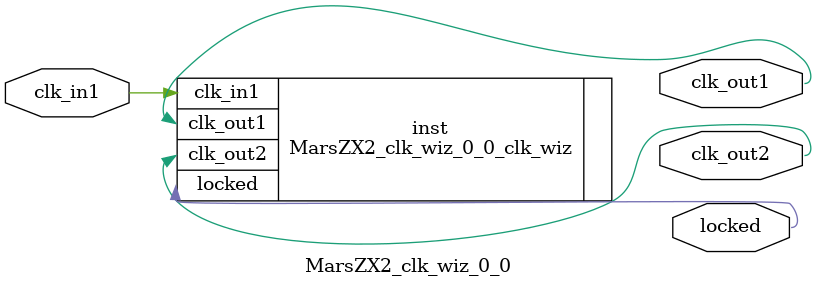
<source format=v>


`timescale 1ps/1ps

(* CORE_GENERATION_INFO = "MarsZX2_clk_wiz_0_0,clk_wiz_v6_0_3_0_0,{component_name=MarsZX2_clk_wiz_0_0,use_phase_alignment=true,use_min_o_jitter=false,use_max_i_jitter=false,use_dyn_phase_shift=false,use_inclk_switchover=false,use_dyn_reconfig=false,enable_axi=0,feedback_source=FDBK_AUTO,PRIMITIVE=MMCM,num_out_clk=2,clkin1_period=5.000,clkin2_period=10.0,use_power_down=false,use_reset=false,use_locked=true,use_inclk_stopped=false,feedback_type=SINGLE,CLOCK_MGR_TYPE=NA,manual_override=false}" *)

module MarsZX2_clk_wiz_0_0 
 (
  // Clock out ports
  output        clk_out1,
  output        clk_out2,
  // Status and control signals
  output        locked,
 // Clock in ports
  input         clk_in1
 );

  MarsZX2_clk_wiz_0_0_clk_wiz inst
  (
  // Clock out ports  
  .clk_out1(clk_out1),
  .clk_out2(clk_out2),
  // Status and control signals               
  .locked(locked),
 // Clock in ports
  .clk_in1(clk_in1)
  );

endmodule

</source>
